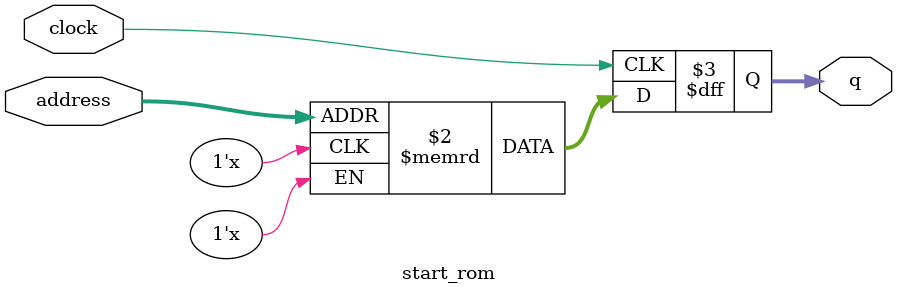
<source format=sv>
module start_rom (
	input logic clock,
	input logic [10:0] address,
	output logic [3:0] q
);

logic [3:0] memory [0:2047] /* synthesis ram_init_file = "./start/start.mif" */;

always_ff @ (posedge clock) begin
	q <= memory[address];
end

endmodule

</source>
